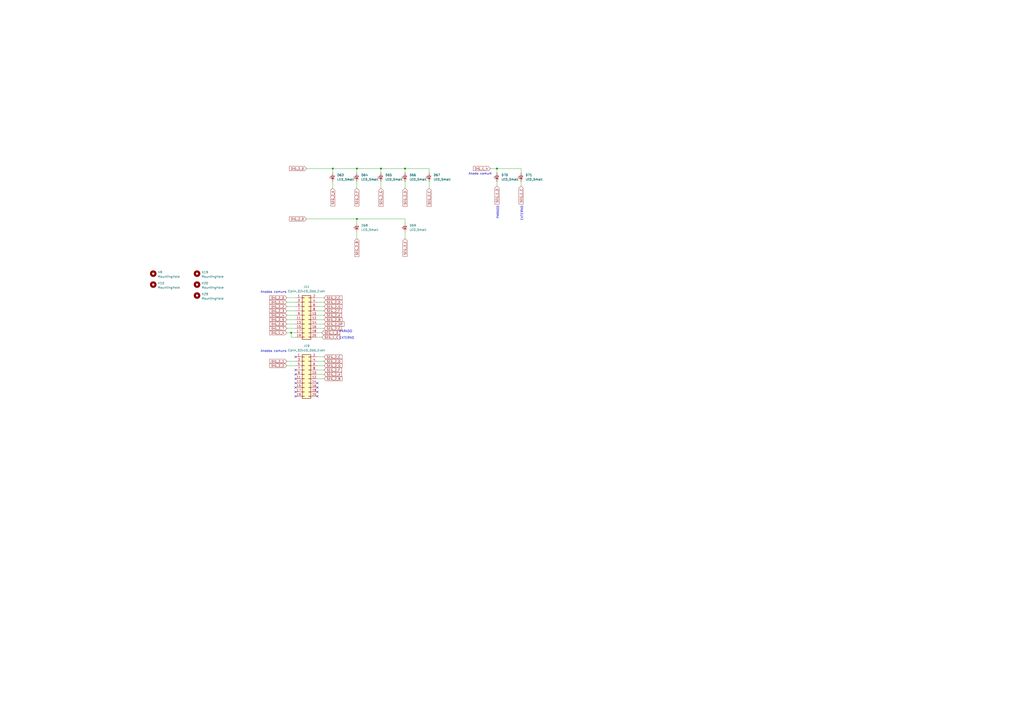
<source format=kicad_sch>
(kicad_sch (version 20211123) (generator eeschema)
  (paper "A2")
  (lib_symbols
    (symbol "Connector_Generic:Conn_02x10_Odd_Even" (pin_names (offset 1.016) hide)
      (property "Reference" "J" (at 1.27 12.7 0))
      (property "Value" "Conn_02x10_Odd_Even" (at 1.27 -15.24 0))
      (symbol "Conn_02x10_Odd_Even_1_1"
        (rectangle (start -1.27 -12.573) (end 0 -12.827) (stroke (width 0.1524)))
        (rectangle (start -1.27 -10.033) (end 0 -10.287) (stroke (width 0.1524)))
        (rectangle (start -1.27 -7.493) (end 0 -7.747) (stroke (width 0.1524)))
        (rectangle (start -1.27 -4.953) (end 0 -5.207) (stroke (width 0.1524)))
        (rectangle (start -1.27 -2.413) (end 0 -2.667) (stroke (width 0.1524)))
        (rectangle (start -1.27 0.127) (end 0 -0.127) (stroke (width 0.1524)))
        (rectangle (start -1.27 2.667) (end 0 2.413) (stroke (width 0.1524)))
        (rectangle (start -1.27 5.207) (end 0 4.953) (stroke (width 0.1524)))
        (rectangle (start -1.27 7.747) (end 0 7.493) (stroke (width 0.1524)))
        (rectangle (start -1.27 10.287) (end 0 10.033) (stroke (width 0.1524)))
        (rectangle (start -1.27 11.43) (end 3.81 -13.97) (stroke (width 0.254)) (fill (type background)))
        (rectangle (start 3.81 -12.573) (end 2.54 -12.827) (stroke (width 0.1524)))
        (rectangle (start 3.81 -10.033) (end 2.54 -10.287) (stroke (width 0.1524)))
        (rectangle (start 3.81 -7.493) (end 2.54 -7.747) (stroke (width 0.1524)))
        (rectangle (start 3.81 -4.953) (end 2.54 -5.207) (stroke (width 0.1524)))
        (rectangle (start 3.81 -2.413) (end 2.54 -2.667) (stroke (width 0.1524)))
        (rectangle (start 3.81 0.127) (end 2.54 -0.127) (stroke (width 0.1524)))
        (rectangle (start 3.81 2.667) (end 2.54 2.413) (stroke (width 0.1524)))
        (rectangle (start 3.81 5.207) (end 2.54 4.953) (stroke (width 0.1524)))
        (rectangle (start 3.81 7.747) (end 2.54 7.493) (stroke (width 0.1524)))
        (rectangle (start 3.81 10.287) (end 2.54 10.033) (stroke (width 0.1524)))
        (pin passive line (at -5.08 10.16 0) (length 3.81) (name "Pin_1") (number "1"))
        (pin passive line (at 7.62 0 180) (length 3.81) (name "Pin_10") (number "10"))
        (pin passive line (at -5.08 -2.54 0) (length 3.81) (name "Pin_11") (number "11"))
        (pin passive line (at 7.62 -2.54 180) (length 3.81) (name "Pin_12") (number "12"))
        (pin passive line (at -5.08 -5.08 0) (length 3.81) (name "Pin_13") (number "13"))
        (pin passive line (at 7.62 -5.08 180) (length 3.81) (name "Pin_14") (number "14"))
        (pin passive line (at -5.08 -7.62 0) (length 3.81) (name "Pin_15") (number "15"))
        (pin passive line (at 7.62 -7.62 180) (length 3.81) (name "Pin_16") (number "16"))
        (pin passive line (at -5.08 -10.16 0) (length 3.81) (name "Pin_17") (number "17"))
        (pin passive line (at 7.62 -10.16 180) (length 3.81) (name "Pin_18") (number "18"))
        (pin passive line (at -5.08 -12.7 0) (length 3.81) (name "Pin_19") (number "19"))
        (pin passive line (at 7.62 10.16 180) (length 3.81) (name "Pin_2") (number "2"))
        (pin passive line (at 7.62 -12.7 180) (length 3.81) (name "Pin_20") (number "20"))
        (pin passive line (at -5.08 7.62 0) (length 3.81) (name "Pin_3") (number "3"))
        (pin passive line (at 7.62 7.62 180) (length 3.81) (name "Pin_4") (number "4"))
        (pin passive line (at -5.08 5.08 0) (length 3.81) (name "Pin_5") (number "5"))
        (pin passive line (at 7.62 5.08 180) (length 3.81) (name "Pin_6") (number "6"))
        (pin passive line (at -5.08 2.54 0) (length 3.81) (name "Pin_7") (number "7"))
        (pin passive line (at 7.62 2.54 180) (length 3.81) (name "Pin_8") (number "8"))
        (pin passive line (at -5.08 0 0) (length 3.81) (name "Pin_9") (number "9"))
      )
    )
    (symbol "Device:LED_Small" (pin_numbers hide) (pin_names (offset 0.254) hide)
      (property "Reference" "D" (at -1.27 3.175 0))
      (property "Value" "LED_Small" (at -4.445 -2.54 0))
      (symbol "LED_Small_0_1"
        (polyline (pts (xy -0.762 -1.016) (xy -0.762 1.016)) (stroke (width 0.254)))
        (polyline (pts (xy 1.016 0) (xy -0.762 0)))
        (polyline (pts (xy 0.762 -1.016) (xy -0.762 0) (xy 0.762 1.016) (xy 0.762 -1.016)) (stroke (width 0.254)))
        (polyline (pts (xy 0 0.762) (xy -0.508 1.27) (xy -0.254 1.27) (xy -0.508 1.27) (xy -0.508 1.016)))
        (polyline (pts (xy 0.508 1.27) (xy 0 1.778) (xy 0.254 1.778) (xy 0 1.778) (xy 0 1.524)))
      )
      (symbol "LED_Small_1_1"
        (pin passive line (at -2.54 0 0) (length 1.778) (name "K") (number "1"))
        (pin passive line (at 2.54 0 180) (length 1.778) (name "A") (number "2"))
      )
    )
    (symbol "Mechanical:MountingHole" (pin_names (offset 1.016))
      (property "Reference" "H" (at 0 5.08 0))
      (property "Value" "MountingHole" (at 0 3.175 0))
      (symbol "MountingHole_0_1"
        (circle (center 0 0) (radius 1.27) (stroke (width 1.27)))
      )
    )
  )
  (junction (at 207.01 97.79))
  (junction (at 207.01 127))
  (junction (at 234.95 97.79))
  (junction (at 193.04 97.79))
  (junction (at 220.98 97.79))
  (junction (at 168.91 193.04))
  (junction (at 288.29 97.79))
  (no_connect (at 171.45 224.79))
  (no_connect (at 171.45 217.17))
  (no_connect (at 171.45 219.71))
  (no_connect (at 171.45 207.01))
  (no_connect (at 184.15 222.25))
  (no_connect (at 184.15 224.79))
  (no_connect (at 184.15 227.33))
  (no_connect (at 184.15 229.87))
  (no_connect (at 171.45 229.87))
  (no_connect (at 171.45 214.63))
  (no_connect (at 171.45 222.25))
  (no_connect (at 171.45 227.33))
  (wire (pts (xy 207.01 127) (xy 207.01 129.54)))
  (wire (pts (xy 166.37 185.42) (xy 171.45 185.42)))
  (wire (pts (xy 288.29 105.41) (xy 288.29 107.95)))
  (wire (pts (xy 187.96 175.26) (xy 184.15 175.26)))
  (wire (pts (xy 184.15 212.09) (xy 187.96 212.09)))
  (wire (pts (xy 184.15 219.71) (xy 187.96 219.71)))
  (wire (pts (xy 171.45 187.96) (xy 166.37 187.96)))
  (wire (pts (xy 248.92 105.41) (xy 248.92 109.22)))
  (wire (pts (xy 284.48 97.79) (xy 288.29 97.79)))
  (wire (pts (xy 193.04 105.41) (xy 193.04 109.22)))
  (wire (pts (xy 193.04 97.79) (xy 193.04 100.33)))
  (wire (pts (xy 184.15 172.72) (xy 187.96 172.72)))
  (wire (pts (xy 207.01 97.79) (xy 207.01 100.33)))
  (wire (pts (xy 171.45 212.09) (xy 166.37 212.09)))
  (wire (pts (xy 184.15 187.96) (xy 187.96 187.96)))
  (wire (pts (xy 184.15 207.01) (xy 187.96 207.01)))
  (wire (pts (xy 187.96 190.5) (xy 184.15 190.5)))
  (wire (pts (xy 234.95 97.79) (xy 248.92 97.79)))
  (wire (pts (xy 220.98 97.79) (xy 234.95 97.79)))
  (wire (pts (xy 186.69 195.58) (xy 184.15 195.58)))
  (wire (pts (xy 220.98 105.41) (xy 220.98 109.22)))
  (wire (pts (xy 187.96 209.55) (xy 184.15 209.55)))
  (wire (pts (xy 168.91 195.58) (xy 171.45 195.58)))
  (wire (pts (xy 288.29 97.79) (xy 288.29 100.33)))
  (wire (pts (xy 166.37 172.72) (xy 171.45 172.72)))
  (wire (pts (xy 177.8 127) (xy 207.01 127)))
  (wire (pts (xy 234.95 97.79) (xy 234.95 100.33)))
  (wire (pts (xy 184.15 180.34) (xy 187.96 180.34)))
  (wire (pts (xy 168.91 193.04) (xy 168.91 195.58)))
  (wire (pts (xy 193.04 97.79) (xy 207.01 97.79)))
  (wire (pts (xy 248.92 97.79) (xy 248.92 100.33)))
  (wire (pts (xy 302.26 97.79) (xy 302.26 100.33)))
  (wire (pts (xy 302.26 105.41) (xy 302.26 107.95)))
  (wire (pts (xy 207.01 134.62) (xy 207.01 138.43)))
  (wire (pts (xy 234.95 127) (xy 234.95 129.54)))
  (wire (pts (xy 207.01 105.41) (xy 207.01 109.22)))
  (wire (pts (xy 220.98 97.79) (xy 220.98 100.33)))
  (wire (pts (xy 171.45 177.8) (xy 166.37 177.8)))
  (wire (pts (xy 288.29 97.79) (xy 302.26 97.79)))
  (wire (pts (xy 184.15 193.04) (xy 186.69 193.04)))
  (wire (pts (xy 184.15 214.63) (xy 187.96 214.63)))
  (wire (pts (xy 166.37 190.5) (xy 171.45 190.5)))
  (wire (pts (xy 207.01 97.79) (xy 220.98 97.79)))
  (wire (pts (xy 171.45 182.88) (xy 166.37 182.88)))
  (wire (pts (xy 187.96 182.88) (xy 184.15 182.88)))
  (wire (pts (xy 187.96 217.17) (xy 184.15 217.17)))
  (wire (pts (xy 207.01 127) (xy 234.95 127)))
  (wire (pts (xy 234.95 105.41) (xy 234.95 109.22)))
  (wire (pts (xy 177.8 97.79) (xy 193.04 97.79)))
  (wire (pts (xy 234.95 134.62) (xy 234.95 138.43)))
  (wire (pts (xy 168.91 193.04) (xy 171.45 193.04)))
  (wire (pts (xy 184.15 185.42) (xy 187.96 185.42)))
  (wire (pts (xy 184.15 177.8) (xy 187.96 177.8)))
  (wire (pts (xy 166.37 175.26) (xy 171.45 175.26)))
  (wire (pts (xy 166.37 180.34) (xy 171.45 180.34)))
  (wire (pts (xy 166.37 209.55) (xy 171.45 209.55)))
  (wire (pts (xy 166.37 193.04) (xy 168.91 193.04)))
  (text "EXTERNO" (at 303.53 119.38 270) (effects (font (size 1.27 1.27)) (justify right bottom)))
  (text "PARADO" (at 289.56 119.38 270) (effects (font (size 1.27 1.27)) (justify right bottom)))
  (text "Anodo comum" (at 271.78 101.6 0) (effects (font (size 1.27 1.27)) (justify left bottom)))
  (text "EXTERNO" (at 196.85 196.85 0) (effects (font (size 1.27 1.27)) (justify left bottom)))
  (text "Anodos comuns" (at 151.13 204.47 0) (effects (font (size 1.27 1.27)) (justify left bottom)))
  (text "Anodos comuns" (at 151.13 170.18 0) (effects (font (size 1.27 1.27)) (justify left bottom)))
  (text "PARADO" (at 196.85 193.04 0) (effects (font (size 1.27 1.27)) (justify left bottom)))
  (global_label "DIG_2_2" (shape input) (at 166.37 177.8 180) (property "Intersheet References" "${INTERSHEET_REFS}" (effects hide)))
  (global_label "DIG_1_4" (shape input) (at 284.48 97.79 180) (property "Intersheet References" "${INTERSHEET_REFS}" (effects hide)))
  (global_label "SEG_2_D" (shape input) (at 187.96 209.55 0) (property "Intersheet References" "${INTERSHEET_REFS}" (effects hide)))
  (global_label "SEG_2_B" (shape input) (at 187.96 219.71 0) (property "Intersheet References" "${INTERSHEET_REFS}" (effects hide)))
  (global_label "SEG_2_B" (shape input) (at 187.96 185.42 0) (property "Intersheet References" "${INTERSHEET_REFS}" (effects hide)))
  (global_label "DIG_2_1" (shape input) (at 166.37 175.26 180) (property "Intersheet References" "${INTERSHEET_REFS}" (effects hide)))
  (global_label "DIG_2_6" (shape input) (at 166.37 187.96 180) (property "Intersheet References" "${INTERSHEET_REFS}" (effects hide)))
  (global_label "DIG_2_0" (shape input) (at 166.37 172.72 180) (property "Intersheet References" "${INTERSHEET_REFS}" (effects hide)))
  (global_label "SEG_2_F" (shape input) (at 207.01 109.22 270) (property "Intersheet References" "${INTERSHEET_REFS}" (effects hide)))
  (global_label "DIG_2_4" (shape input) (at 166.37 182.88 180) (property "Intersheet References" "${INTERSHEET_REFS}" (effects hide)))
  (global_label "SEG_1_C" (shape input) (at 302.26 107.95 270) (property "Intersheet References" "${INTERSHEET_REFS}" (effects hide)))
  (global_label "DIG_2_2" (shape input) (at 166.37 212.09 180) (property "Intersheet References" "${INTERSHEET_REFS}" (effects hide)))
  (global_label "SEG_2_DP" (shape input) (at 187.96 187.96 0) (property "Intersheet References" "${INTERSHEET_REFS}" (effects hide)))
  (global_label "SEG_2_D" (shape input) (at 187.96 175.26 0) (property "Intersheet References" "${INTERSHEET_REFS}" (effects hide)))
  (global_label "SEG_2_C" (shape input) (at 187.96 207.01 0) (property "Intersheet References" "${INTERSHEET_REFS}" (effects hide)))
  (global_label "DIG_2_3" (shape input) (at 166.37 180.34 180) (property "Intersheet References" "${INTERSHEET_REFS}" (effects hide)))
  (global_label "SEG_2_B" (shape input) (at 207.01 138.43 270) (property "Intersheet References" "${INTERSHEET_REFS}" (effects hide)))
  (global_label "SEG_1_D" (shape input) (at 288.29 107.95 270) (property "Intersheet References" "${INTERSHEET_REFS}" (effects hide)))
  (global_label "SEG_2_G" (shape input) (at 220.98 109.22 270) (property "Intersheet References" "${INTERSHEET_REFS}" (effects hide)))
  (global_label "SEG_2_A" (shape input) (at 187.96 182.88 0) (property "Intersheet References" "${INTERSHEET_REFS}" (effects hide)))
  (global_label "SEG_2_C" (shape input) (at 248.92 109.22 270) (property "Intersheet References" "${INTERSHEET_REFS}" (effects hide)))
  (global_label "DIG_2_0" (shape input) (at 177.8 97.79 180) (property "Intersheet References" "${INTERSHEET_REFS}" (effects hide)))
  (global_label "SEG_2_G" (shape input) (at 187.96 212.09 0) (property "Intersheet References" "${INTERSHEET_REFS}" (effects hide)))
  (global_label "SEG_1_C" (shape input) (at 186.69 195.58 0) (property "Intersheet References" "${INTERSHEET_REFS}" (effects hide)))
  (global_label "SEG_2_F" (shape input) (at 187.96 180.34 0) (property "Intersheet References" "${INTERSHEET_REFS}" (effects hide)))
  (global_label "SEG_2_E" (shape input) (at 187.96 190.5 0) (property "Intersheet References" "${INTERSHEET_REFS}" (effects hide)))
  (global_label "SEG_2_D" (shape input) (at 234.95 109.22 270) (property "Intersheet References" "${INTERSHEET_REFS}" (effects hide)))
  (global_label "SEG_2_G" (shape input) (at 187.96 177.8 0) (property "Intersheet References" "${INTERSHEET_REFS}" (effects hide)))
  (global_label "DIG_2_7" (shape input) (at 166.37 190.5 180) (property "Intersheet References" "${INTERSHEET_REFS}" (effects hide)))
  (global_label "SEG_2_C" (shape input) (at 187.96 172.72 0) (property "Intersheet References" "${INTERSHEET_REFS}" (effects hide)))
  (global_label "SEG_2_A" (shape input) (at 187.96 217.17 0) (property "Intersheet References" "${INTERSHEET_REFS}" (effects hide)))
  (global_label "DIG_1_4" (shape input) (at 166.37 193.04 180) (property "Intersheet References" "${INTERSHEET_REFS}" (effects hide)))
  (global_label "DIG_2_5" (shape input) (at 166.37 185.42 180) (property "Intersheet References" "${INTERSHEET_REFS}" (effects hide)))
  (global_label "DIG_2_0" (shape input) (at 177.8 127 180) (property "Intersheet References" "${INTERSHEET_REFS}" (effects hide)))
  (global_label "SEG_2_A" (shape input) (at 193.04 109.22 270) (property "Intersheet References" "${INTERSHEET_REFS}" (effects hide)))
  (global_label "SEG_2_E" (shape input) (at 234.95 138.43 270) (property "Intersheet References" "${INTERSHEET_REFS}" (effects hide)))
  (global_label "SEG_2_F" (shape input) (at 187.96 214.63 0) (property "Intersheet References" "${INTERSHEET_REFS}" (effects hide)))
  (global_label "DIG_2_1" (shape input) (at 166.37 209.55 180) (property "Intersheet References" "${INTERSHEET_REFS}" (effects hide)))
  (global_label "SEG_1_D" (shape input) (at 186.69 193.04 0) (property "Intersheet References" "${INTERSHEET_REFS}" (effects hide)))
  (symbol (lib_id "Connector_Generic:Conn_02x10_Odd_Even") (at 176.53 182.88 0) (unit 1)
    (property "Reference" "J11" (at 177.8 166.37 0))
    (property "Value" "Conn_02x10_Odd_Even" (at 177.8 168.91 0))
    (property "Footprint" "Connector_PinHeader_2.54mm:PinHeader_2x10_P2.54mm_Vertical" (effects hide))
  )
  (symbol (lib_id "Device:LED_Small") (at 234.95 132.08 90) (unit 1)
    (property "Reference" "D69" (at 237.49 130.7464 90) (effects (justify right)))
    (property "Value" "LED_Small" (at 237.49 133.2864 90) (effects (justify right)))
    (property "Footprint" "LED_THT:LED_D5.0mm" (effects hide))
  )
  (symbol (lib_id "Mechanical:MountingHole") (at 114.3 165.1 0) (unit 1)
    (property "Reference" "H20" (at 116.84 164.2653 0) (effects (justify left)))
    (property "Value" "MountingHole" (at 116.84 166.8022 0) (effects (justify left)))
    (property "Footprint" "MountingHole:MountingHole_3.2mm_M3" (effects hide))
  )
  (symbol (lib_id "Device:LED_Small") (at 288.29 102.87 90) (unit 1)
    (property "Reference" "D70" (at 290.83 101.5364 90) (effects (justify right)))
    (property "Value" "LED_Small" (at 290.83 104.0764 90) (effects (justify right)))
    (property "Footprint" "LED_THT:LED_D5.0mm" (effects hide))
  )
  (symbol (lib_id "Device:LED_Small") (at 207.01 132.08 90) (unit 1)
    (property "Reference" "D68" (at 209.55 130.7464 90) (effects (justify right)))
    (property "Value" "LED_Small" (at 209.55 133.2864 90) (effects (justify right)))
    (property "Footprint" "LED_THT:LED_D5.0mm" (effects hide))
  )
  (symbol (lib_id "Device:LED_Small") (at 302.26 102.87 90) (unit 1)
    (property "Reference" "D71" (at 304.8 101.5364 90) (effects (justify right)))
    (property "Value" "LED_Small" (at 304.8 104.0764 90) (effects (justify right)))
    (property "Footprint" "LED_THT:LED_D5.0mm" (effects hide))
  )
  (symbol (lib_id "Device:LED_Small") (at 220.98 102.87 90) (unit 1)
    (property "Reference" "D65" (at 223.52 101.5364 90) (effects (justify right)))
    (property "Value" "LED_Small" (at 223.52 104.0764 90) (effects (justify right)))
    (property "Footprint" "LED_THT:LED_D5.0mm" (effects hide))
  )
  (symbol (lib_id "Mechanical:MountingHole") (at 114.3 171.45 0) (unit 1)
    (property "Reference" "H29" (at 116.84 170.6153 0) (effects (justify left)))
    (property "Value" "MountingHole" (at 116.84 173.1522 0) (effects (justify left)))
    (property "Footprint" "MountingHole:MountingHole_3.2mm_M3" (effects hide))
  )
  (symbol (lib_id "Device:LED_Small") (at 248.92 102.87 90) (unit 1)
    (property "Reference" "D67" (at 251.46 101.5364 90) (effects (justify right)))
    (property "Value" "LED_Small" (at 251.46 104.0764 90) (effects (justify right)))
    (property "Footprint" "LED_THT:LED_D5.0mm" (effects hide))
  )
  (symbol (lib_id "Device:LED_Small") (at 193.04 102.87 90) (unit 1)
    (property "Reference" "D63" (at 195.58 101.5364 90) (effects (justify right)))
    (property "Value" "LED_Small" (at 195.58 104.0764 90) (effects (justify right)))
    (property "Footprint" "LED_THT:LED_D5.0mm" (effects hide))
  )
  (symbol (lib_id "Device:LED_Small") (at 207.01 102.87 90) (unit 1)
    (property "Reference" "D64" (at 209.55 101.5364 90) (effects (justify right)))
    (property "Value" "LED_Small" (at 209.55 104.0764 90) (effects (justify right)))
    (property "Footprint" "LED_THT:LED_D5.0mm" (effects hide))
  )
  (symbol (lib_id "Mechanical:MountingHole") (at 88.9 158.75 0) (unit 1)
    (property "Reference" "H9" (at 91.44 157.9153 0) (effects (justify left)))
    (property "Value" "MountingHole" (at 91.44 160.4522 0) (effects (justify left)))
    (property "Footprint" "MountingHole:MountingHole_3.2mm_M3" (effects hide))
  )
  (symbol (lib_id "Connector_Generic:Conn_02x10_Odd_Even") (at 176.53 217.17 0) (unit 1)
    (property "Reference" "J19" (at 177.8 200.66 0))
    (property "Value" "Conn_02x10_Odd_Even" (at 177.8 203.2 0))
    (property "Footprint" "Connector_PinHeader_2.54mm:PinHeader_2x10_P2.54mm_Vertical" (effects hide))
  )
  (symbol (lib_id "Mechanical:MountingHole") (at 114.3 158.75 0) (unit 1)
    (property "Reference" "H19" (at 116.84 157.9153 0) (effects (justify left)))
    (property "Value" "MountingHole" (at 116.84 160.4522 0) (effects (justify left)))
    (property "Footprint" "MountingHole:MountingHole_3.2mm_M3" (effects hide))
  )
  (symbol (lib_id "Mechanical:MountingHole") (at 88.9 165.1 0) (unit 1)
    (property "Reference" "H10" (at 91.44 164.2653 0) (effects (justify left)))
    (property "Value" "MountingHole" (at 91.44 166.8022 0) (effects (justify left)))
    (property "Footprint" "MountingHole:MountingHole_3.2mm_M3" (effects hide))
  )
  (symbol (lib_id "Device:LED_Small") (at 234.95 102.87 90) (unit 1)
    (property "Reference" "D66" (at 237.49 101.5364 90) (effects (justify right)))
    (property "Value" "LED_Small" (at 237.49 104.0764 90) (effects (justify right)))
    (property "Footprint" "LED_THT:LED_D5.0mm" (effects hide))
  )
)
</source>
